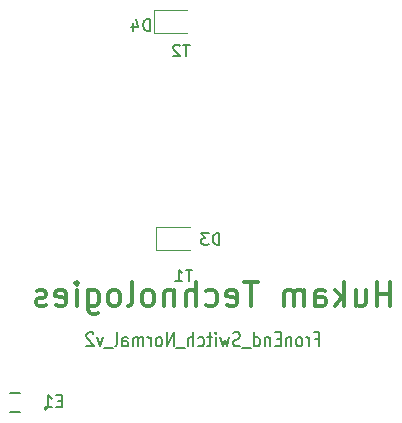
<source format=gbo>
G04 #@! TF.GenerationSoftware,KiCad,Pcbnew,5.1.7-a382d34a8~88~ubuntu18.04.1*
G04 #@! TF.CreationDate,2021-12-09T23:06:50+05:30*
G04 #@! TF.ProjectId,FrontEnd_switch_Normal_v2,46726f6e-7445-46e6-945f-737769746368,rev?*
G04 #@! TF.SameCoordinates,Original*
G04 #@! TF.FileFunction,Legend,Bot*
G04 #@! TF.FilePolarity,Positive*
%FSLAX46Y46*%
G04 Gerber Fmt 4.6, Leading zero omitted, Abs format (unit mm)*
G04 Created by KiCad (PCBNEW 5.1.7-a382d34a8~88~ubuntu18.04.1) date 2021-12-09 23:06:50*
%MOMM*%
%LPD*%
G01*
G04 APERTURE LIST*
%ADD10C,0.200000*%
%ADD11C,0.300000*%
%ADD12C,0.120000*%
%ADD13C,0.127000*%
%ADD14C,0.150000*%
G04 APERTURE END LIST*
D10*
X126609240Y-112243245D02*
X126942573Y-112243245D01*
X126942573Y-112871817D02*
X126942573Y-111671817D01*
X126466382Y-111671817D01*
X126085430Y-112871817D02*
X126085430Y-112071817D01*
X126085430Y-112300388D02*
X126037811Y-112186102D01*
X125990192Y-112128960D01*
X125894954Y-112071817D01*
X125799716Y-112071817D01*
X125323525Y-112871817D02*
X125418763Y-112814674D01*
X125466382Y-112757531D01*
X125514001Y-112643245D01*
X125514001Y-112300388D01*
X125466382Y-112186102D01*
X125418763Y-112128960D01*
X125323525Y-112071817D01*
X125180668Y-112071817D01*
X125085430Y-112128960D01*
X125037811Y-112186102D01*
X124990192Y-112300388D01*
X124990192Y-112643245D01*
X125037811Y-112757531D01*
X125085430Y-112814674D01*
X125180668Y-112871817D01*
X125323525Y-112871817D01*
X124561620Y-112071817D02*
X124561620Y-112871817D01*
X124561620Y-112186102D02*
X124514001Y-112128960D01*
X124418763Y-112071817D01*
X124275906Y-112071817D01*
X124180668Y-112128960D01*
X124133049Y-112243245D01*
X124133049Y-112871817D01*
X123656859Y-112243245D02*
X123323525Y-112243245D01*
X123180668Y-112871817D02*
X123656859Y-112871817D01*
X123656859Y-111671817D01*
X123180668Y-111671817D01*
X122752097Y-112071817D02*
X122752097Y-112871817D01*
X122752097Y-112186102D02*
X122704478Y-112128960D01*
X122609240Y-112071817D01*
X122466382Y-112071817D01*
X122371144Y-112128960D01*
X122323525Y-112243245D01*
X122323525Y-112871817D01*
X121418763Y-112871817D02*
X121418763Y-111671817D01*
X121418763Y-112814674D02*
X121514001Y-112871817D01*
X121704478Y-112871817D01*
X121799716Y-112814674D01*
X121847335Y-112757531D01*
X121894954Y-112643245D01*
X121894954Y-112300388D01*
X121847335Y-112186102D01*
X121799716Y-112128960D01*
X121704478Y-112071817D01*
X121514001Y-112071817D01*
X121418763Y-112128960D01*
X121180668Y-112986102D02*
X120418763Y-112986102D01*
X120228287Y-112814674D02*
X120085430Y-112871817D01*
X119847335Y-112871817D01*
X119752097Y-112814674D01*
X119704478Y-112757531D01*
X119656859Y-112643245D01*
X119656859Y-112528960D01*
X119704478Y-112414674D01*
X119752097Y-112357531D01*
X119847335Y-112300388D01*
X120037811Y-112243245D01*
X120133049Y-112186102D01*
X120180668Y-112128960D01*
X120228287Y-112014674D01*
X120228287Y-111900388D01*
X120180668Y-111786102D01*
X120133049Y-111728960D01*
X120037811Y-111671817D01*
X119799716Y-111671817D01*
X119656859Y-111728960D01*
X119323525Y-112071817D02*
X119133049Y-112871817D01*
X118942573Y-112300388D01*
X118752097Y-112871817D01*
X118561620Y-112071817D01*
X118180668Y-112871817D02*
X118180668Y-112071817D01*
X118180668Y-111671817D02*
X118228287Y-111728960D01*
X118180668Y-111786102D01*
X118133049Y-111728960D01*
X118180668Y-111671817D01*
X118180668Y-111786102D01*
X117847335Y-112071817D02*
X117466382Y-112071817D01*
X117704478Y-111671817D02*
X117704478Y-112700388D01*
X117656859Y-112814674D01*
X117561620Y-112871817D01*
X117466382Y-112871817D01*
X116704478Y-112814674D02*
X116799716Y-112871817D01*
X116990192Y-112871817D01*
X117085430Y-112814674D01*
X117133049Y-112757531D01*
X117180668Y-112643245D01*
X117180668Y-112300388D01*
X117133049Y-112186102D01*
X117085430Y-112128960D01*
X116990192Y-112071817D01*
X116799716Y-112071817D01*
X116704478Y-112128960D01*
X116275906Y-112871817D02*
X116275906Y-111671817D01*
X115847335Y-112871817D02*
X115847335Y-112243245D01*
X115894954Y-112128960D01*
X115990192Y-112071817D01*
X116133049Y-112071817D01*
X116228287Y-112128960D01*
X116275906Y-112186102D01*
X115609240Y-112986102D02*
X114847335Y-112986102D01*
X114609240Y-112871817D02*
X114609240Y-111671817D01*
X114037811Y-112871817D01*
X114037811Y-111671817D01*
X113418763Y-112871817D02*
X113514001Y-112814674D01*
X113561620Y-112757531D01*
X113609240Y-112643245D01*
X113609240Y-112300388D01*
X113561620Y-112186102D01*
X113514001Y-112128960D01*
X113418763Y-112071817D01*
X113275906Y-112071817D01*
X113180668Y-112128960D01*
X113133049Y-112186102D01*
X113085430Y-112300388D01*
X113085430Y-112643245D01*
X113133049Y-112757531D01*
X113180668Y-112814674D01*
X113275906Y-112871817D01*
X113418763Y-112871817D01*
X112656859Y-112871817D02*
X112656859Y-112071817D01*
X112656859Y-112300388D02*
X112609240Y-112186102D01*
X112561620Y-112128960D01*
X112466382Y-112071817D01*
X112371144Y-112071817D01*
X112037811Y-112871817D02*
X112037811Y-112071817D01*
X112037811Y-112186102D02*
X111990192Y-112128960D01*
X111894954Y-112071817D01*
X111752097Y-112071817D01*
X111656859Y-112128960D01*
X111609240Y-112243245D01*
X111609240Y-112871817D01*
X111609240Y-112243245D02*
X111561620Y-112128960D01*
X111466382Y-112071817D01*
X111323525Y-112071817D01*
X111228287Y-112128960D01*
X111180668Y-112243245D01*
X111180668Y-112871817D01*
X110275906Y-112871817D02*
X110275906Y-112243245D01*
X110323525Y-112128960D01*
X110418763Y-112071817D01*
X110609240Y-112071817D01*
X110704478Y-112128960D01*
X110275906Y-112814674D02*
X110371144Y-112871817D01*
X110609240Y-112871817D01*
X110704478Y-112814674D01*
X110752097Y-112700388D01*
X110752097Y-112586102D01*
X110704478Y-112471817D01*
X110609240Y-112414674D01*
X110371144Y-112414674D01*
X110275906Y-112357531D01*
X109656859Y-112871817D02*
X109752097Y-112814674D01*
X109799716Y-112700388D01*
X109799716Y-111671817D01*
X109514001Y-112986102D02*
X108752097Y-112986102D01*
X108609240Y-112071817D02*
X108371144Y-112871817D01*
X108133049Y-112071817D01*
X107799716Y-111786102D02*
X107752097Y-111728960D01*
X107656859Y-111671817D01*
X107418763Y-111671817D01*
X107323525Y-111728960D01*
X107275906Y-111786102D01*
X107228287Y-111900388D01*
X107228287Y-112014674D01*
X107275906Y-112186102D01*
X107847335Y-112871817D01*
X107228287Y-112871817D01*
D11*
X132958240Y-109444041D02*
X132958240Y-107444041D01*
X132958240Y-108396422D02*
X131815383Y-108396422D01*
X131815383Y-109444041D02*
X131815383Y-107444041D01*
X130005860Y-108110708D02*
X130005860Y-109444041D01*
X130863002Y-108110708D02*
X130863002Y-109158327D01*
X130767764Y-109348803D01*
X130577288Y-109444041D01*
X130291574Y-109444041D01*
X130101098Y-109348803D01*
X130005860Y-109253565D01*
X129053479Y-109444041D02*
X129053479Y-107444041D01*
X128863002Y-108682137D02*
X128291574Y-109444041D01*
X128291574Y-108110708D02*
X129053479Y-108872613D01*
X126577288Y-109444041D02*
X126577288Y-108396422D01*
X126672526Y-108205946D01*
X126863002Y-108110708D01*
X127243955Y-108110708D01*
X127434431Y-108205946D01*
X126577288Y-109348803D02*
X126767764Y-109444041D01*
X127243955Y-109444041D01*
X127434431Y-109348803D01*
X127529669Y-109158327D01*
X127529669Y-108967851D01*
X127434431Y-108777375D01*
X127243955Y-108682137D01*
X126767764Y-108682137D01*
X126577288Y-108586899D01*
X125624907Y-109444041D02*
X125624907Y-108110708D01*
X125624907Y-108301184D02*
X125529669Y-108205946D01*
X125339193Y-108110708D01*
X125053479Y-108110708D01*
X124863002Y-108205946D01*
X124767764Y-108396422D01*
X124767764Y-109444041D01*
X124767764Y-108396422D02*
X124672526Y-108205946D01*
X124482050Y-108110708D01*
X124196336Y-108110708D01*
X124005860Y-108205946D01*
X123910621Y-108396422D01*
X123910621Y-109444041D01*
X121720145Y-107444041D02*
X120577288Y-107444041D01*
X121148717Y-109444041D02*
X121148717Y-107444041D01*
X119148717Y-109348803D02*
X119339193Y-109444041D01*
X119720145Y-109444041D01*
X119910621Y-109348803D01*
X120005860Y-109158327D01*
X120005860Y-108396422D01*
X119910621Y-108205946D01*
X119720145Y-108110708D01*
X119339193Y-108110708D01*
X119148717Y-108205946D01*
X119053479Y-108396422D01*
X119053479Y-108586899D01*
X120005860Y-108777375D01*
X117339193Y-109348803D02*
X117529669Y-109444041D01*
X117910621Y-109444041D01*
X118101098Y-109348803D01*
X118196336Y-109253565D01*
X118291574Y-109063089D01*
X118291574Y-108491660D01*
X118196336Y-108301184D01*
X118101098Y-108205946D01*
X117910621Y-108110708D01*
X117529669Y-108110708D01*
X117339193Y-108205946D01*
X116482050Y-109444041D02*
X116482050Y-107444041D01*
X115624907Y-109444041D02*
X115624907Y-108396422D01*
X115720145Y-108205946D01*
X115910621Y-108110708D01*
X116196336Y-108110708D01*
X116386812Y-108205946D01*
X116482050Y-108301184D01*
X114672526Y-108110708D02*
X114672526Y-109444041D01*
X114672526Y-108301184D02*
X114577288Y-108205946D01*
X114386812Y-108110708D01*
X114101098Y-108110708D01*
X113910621Y-108205946D01*
X113815383Y-108396422D01*
X113815383Y-109444041D01*
X112577288Y-109444041D02*
X112767764Y-109348803D01*
X112863002Y-109253565D01*
X112958240Y-109063089D01*
X112958240Y-108491660D01*
X112863002Y-108301184D01*
X112767764Y-108205946D01*
X112577288Y-108110708D01*
X112291574Y-108110708D01*
X112101098Y-108205946D01*
X112005860Y-108301184D01*
X111910621Y-108491660D01*
X111910621Y-109063089D01*
X112005860Y-109253565D01*
X112101098Y-109348803D01*
X112291574Y-109444041D01*
X112577288Y-109444041D01*
X110767764Y-109444041D02*
X110958240Y-109348803D01*
X111053479Y-109158327D01*
X111053479Y-107444041D01*
X109720145Y-109444041D02*
X109910621Y-109348803D01*
X110005860Y-109253565D01*
X110101098Y-109063089D01*
X110101098Y-108491660D01*
X110005860Y-108301184D01*
X109910621Y-108205946D01*
X109720145Y-108110708D01*
X109434431Y-108110708D01*
X109243955Y-108205946D01*
X109148717Y-108301184D01*
X109053479Y-108491660D01*
X109053479Y-109063089D01*
X109148717Y-109253565D01*
X109243955Y-109348803D01*
X109434431Y-109444041D01*
X109720145Y-109444041D01*
X107339193Y-108110708D02*
X107339193Y-109729756D01*
X107434431Y-109920232D01*
X107529669Y-110015470D01*
X107720145Y-110110708D01*
X108005860Y-110110708D01*
X108196336Y-110015470D01*
X107339193Y-109348803D02*
X107529669Y-109444041D01*
X107910621Y-109444041D01*
X108101098Y-109348803D01*
X108196336Y-109253565D01*
X108291574Y-109063089D01*
X108291574Y-108491660D01*
X108196336Y-108301184D01*
X108101098Y-108205946D01*
X107910621Y-108110708D01*
X107529669Y-108110708D01*
X107339193Y-108205946D01*
X106386812Y-109444041D02*
X106386812Y-108110708D01*
X106386812Y-107444041D02*
X106482050Y-107539280D01*
X106386812Y-107634518D01*
X106291574Y-107539280D01*
X106386812Y-107444041D01*
X106386812Y-107634518D01*
X104672526Y-109348803D02*
X104863002Y-109444041D01*
X105243955Y-109444041D01*
X105434431Y-109348803D01*
X105529669Y-109158327D01*
X105529669Y-108396422D01*
X105434431Y-108205946D01*
X105243955Y-108110708D01*
X104863002Y-108110708D01*
X104672526Y-108205946D01*
X104577288Y-108396422D01*
X104577288Y-108586899D01*
X105529669Y-108777375D01*
X103815383Y-109348803D02*
X103624907Y-109444041D01*
X103243955Y-109444041D01*
X103053479Y-109348803D01*
X102958240Y-109158327D01*
X102958240Y-109063089D01*
X103053479Y-108872613D01*
X103243955Y-108777375D01*
X103529669Y-108777375D01*
X103720145Y-108682137D01*
X103815383Y-108491660D01*
X103815383Y-108396422D01*
X103720145Y-108205946D01*
X103529669Y-108110708D01*
X103243955Y-108110708D01*
X103053479Y-108205946D01*
D12*
X112910000Y-84429700D02*
X115770000Y-84429700D01*
X112910000Y-86349700D02*
X112910000Y-84429700D01*
X115770000Y-86349700D02*
X112910000Y-86349700D01*
X113095000Y-102794000D02*
X115955000Y-102794000D01*
X113095000Y-104714000D02*
X113095000Y-102794000D01*
X115955000Y-104714000D02*
X113095000Y-104714000D01*
D13*
X101639000Y-116843000D02*
X100779000Y-116843000D01*
X101639000Y-118443000D02*
X100779000Y-118443000D01*
D10*
X103885000Y-118148600D02*
G75*
G03*
X103885000Y-118148600I-100000J0D01*
G01*
D14*
X112579475Y-86164660D02*
X112579475Y-85164660D01*
X112341380Y-85164660D01*
X112198522Y-85212280D01*
X112103284Y-85307518D01*
X112055665Y-85402756D01*
X112008046Y-85593232D01*
X112008046Y-85736089D01*
X112055665Y-85926565D01*
X112103284Y-86021803D01*
X112198522Y-86117041D01*
X112341380Y-86164660D01*
X112579475Y-86164660D01*
X111150903Y-85497994D02*
X111150903Y-86164660D01*
X111388999Y-85117041D02*
X111627094Y-85831327D01*
X111008046Y-85831327D01*
X118484555Y-104287660D02*
X118484555Y-103287660D01*
X118246460Y-103287660D01*
X118103602Y-103335280D01*
X118008364Y-103430518D01*
X117960745Y-103525756D01*
X117913126Y-103716232D01*
X117913126Y-103859089D01*
X117960745Y-104049565D01*
X118008364Y-104144803D01*
X118103602Y-104240041D01*
X118246460Y-104287660D01*
X118484555Y-104287660D01*
X117579793Y-103287660D02*
X116960745Y-103287660D01*
X117294079Y-103668613D01*
X117151221Y-103668613D01*
X117055983Y-103716232D01*
X117008364Y-103763851D01*
X116960745Y-103859089D01*
X116960745Y-104097184D01*
X117008364Y-104192422D01*
X117055983Y-104240041D01*
X117151221Y-104287660D01*
X117436936Y-104287660D01*
X117532174Y-104240041D01*
X117579793Y-104192422D01*
X115978904Y-87328780D02*
X115407476Y-87328780D01*
X115693190Y-88328780D02*
X115693190Y-87328780D01*
X115121761Y-87424019D02*
X115074142Y-87376400D01*
X114978904Y-87328780D01*
X114740809Y-87328780D01*
X114645571Y-87376400D01*
X114597952Y-87424019D01*
X114550333Y-87519257D01*
X114550333Y-87614495D01*
X114597952Y-87757352D01*
X115169380Y-88328780D01*
X114550333Y-88328780D01*
X105144736Y-117495371D02*
X104811402Y-117495371D01*
X104668545Y-118019180D02*
X105144736Y-118019180D01*
X105144736Y-117019180D01*
X104668545Y-117019180D01*
X103716164Y-118019180D02*
X104287593Y-118019180D01*
X104001879Y-118019180D02*
X104001879Y-117019180D01*
X104097117Y-117162038D01*
X104192355Y-117257276D01*
X104287593Y-117304895D01*
X116191904Y-106375380D02*
X115620476Y-106375380D01*
X115906190Y-107375380D02*
X115906190Y-106375380D01*
X114763333Y-107375380D02*
X115334761Y-107375380D01*
X115049047Y-107375380D02*
X115049047Y-106375380D01*
X115144285Y-106518238D01*
X115239523Y-106613476D01*
X115334761Y-106661095D01*
M02*

</source>
